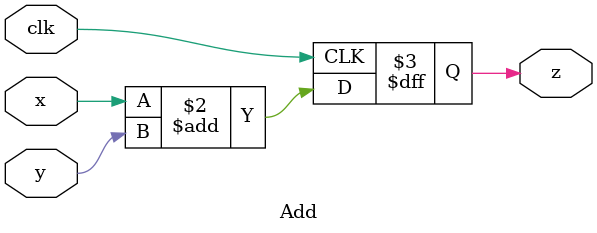
<source format=v>
module Add(x, y, z, clk);
  
input clk, x, y;
output reg z;

always@(posedge clk)

 z = x + y;
 
endmodule
</source>
